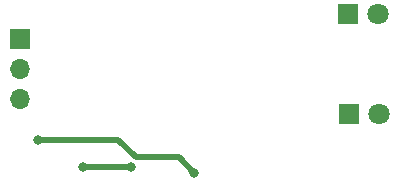
<source format=gbr>
%TF.GenerationSoftware,KiCad,Pcbnew,(5.1.10)-1*%
%TF.CreationDate,2021-05-24T22:05:53+05:30*%
%TF.ProjectId,DAY3_PCB,44415933-5f50-4434-922e-6b696361645f,rev?*%
%TF.SameCoordinates,Original*%
%TF.FileFunction,Copper,L2,Bot*%
%TF.FilePolarity,Positive*%
%FSLAX46Y46*%
G04 Gerber Fmt 4.6, Leading zero omitted, Abs format (unit mm)*
G04 Created by KiCad (PCBNEW (5.1.10)-1) date 2021-05-24 22:05:53*
%MOMM*%
%LPD*%
G01*
G04 APERTURE LIST*
%TA.AperFunction,ComponentPad*%
%ADD10R,1.800000X1.800000*%
%TD*%
%TA.AperFunction,ComponentPad*%
%ADD11C,1.800000*%
%TD*%
%TA.AperFunction,ComponentPad*%
%ADD12R,1.700000X1.700000*%
%TD*%
%TA.AperFunction,ComponentPad*%
%ADD13O,1.700000X1.700000*%
%TD*%
%TA.AperFunction,ViaPad*%
%ADD14C,0.800000*%
%TD*%
%TA.AperFunction,Conductor*%
%ADD15C,0.500000*%
%TD*%
G04 APERTURE END LIST*
D10*
%TO.P,D1,1*%
%TO.N,Net-(D1-Pad1)*%
X168375000Y-92250000D03*
D11*
%TO.P,D1,2*%
%TO.N,+5V*%
X170915000Y-92250000D03*
%TD*%
D10*
%TO.P,D2,1*%
%TO.N,VREF*%
X168300000Y-83850000D03*
D11*
%TO.P,D2,2*%
%TO.N,+5V*%
X170840000Y-83850000D03*
%TD*%
D12*
%TO.P,J1,1*%
%TO.N,+5V*%
X140450001Y-85975001D03*
D13*
%TO.P,J1,2*%
%TO.N,Net-(D3-Pad2)*%
X140450001Y-88515001D03*
%TO.P,J1,3*%
%TO.N,GND*%
X140450001Y-91055001D03*
%TD*%
D14*
%TO.N,Net-(D3-Pad2)*%
X145800000Y-96800000D03*
X149850000Y-96800000D03*
%TO.N,GND*%
X155250000Y-97275000D03*
X142000000Y-94450000D03*
%TD*%
D15*
%TO.N,Net-(D3-Pad2)*%
X145800000Y-96800000D02*
X149850000Y-96800000D01*
%TO.N,GND*%
X153924999Y-95949999D02*
X150324999Y-95949999D01*
X155250000Y-97275000D02*
X153924999Y-95949999D01*
X150324999Y-95949999D02*
X148825000Y-94450000D01*
X148825000Y-94450000D02*
X142000000Y-94450000D01*
%TD*%
M02*

</source>
